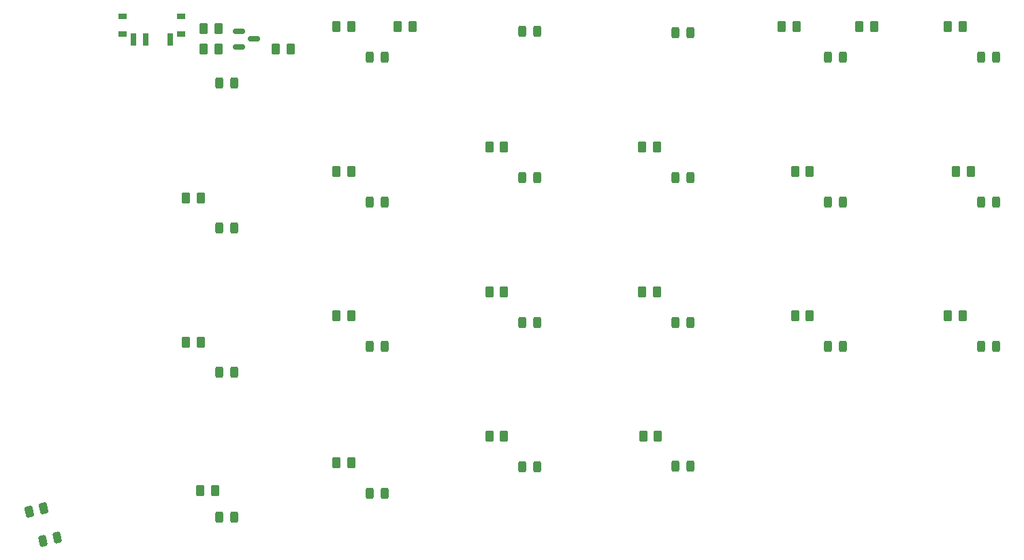
<source format=gtp>
%TF.GenerationSoftware,KiCad,Pcbnew,7.0.5-0*%
%TF.CreationDate,2023-08-04T20:21:57+09:30*%
%TF.ProjectId,Rolio,436f726e-6552-46f6-9c69-6f2e6b696361,rev?*%
%TF.SameCoordinates,Original*%
%TF.FileFunction,Paste,Top*%
%TF.FilePolarity,Positive*%
%FSLAX46Y46*%
G04 Gerber Fmt 4.6, Leading zero omitted, Abs format (unit mm)*
G04 Created by KiCad (PCBNEW 7.0.5-0) date 2023-08-04 20:21:57*
%MOMM*%
%LPD*%
G01*
G04 APERTURE LIST*
G04 Aperture macros list*
%AMRoundRect*
0 Rectangle with rounded corners*
0 $1 Rounding radius*
0 $2 $3 $4 $5 $6 $7 $8 $9 X,Y pos of 4 corners*
0 Add a 4 corners polygon primitive as box body*
4,1,4,$2,$3,$4,$5,$6,$7,$8,$9,$2,$3,0*
0 Add four circle primitives for the rounded corners*
1,1,$1+$1,$2,$3*
1,1,$1+$1,$4,$5*
1,1,$1+$1,$6,$7*
1,1,$1+$1,$8,$9*
0 Add four rect primitives between the rounded corners*
20,1,$1+$1,$2,$3,$4,$5,0*
20,1,$1+$1,$4,$5,$6,$7,0*
20,1,$1+$1,$6,$7,$8,$9,0*
20,1,$1+$1,$8,$9,$2,$3,0*%
G04 Aperture macros list end*
%ADD10RoundRect,0.250000X-0.262500X-0.450000X0.262500X-0.450000X0.262500X0.450000X-0.262500X0.450000X0*%
%ADD11RoundRect,0.243750X-0.243750X-0.456250X0.243750X-0.456250X0.243750X0.456250X-0.243750X0.456250X0*%
%ADD12RoundRect,0.250000X0.163203X0.494743X-0.350324X0.385590X-0.163203X-0.494743X0.350324X-0.385590X0*%
%ADD13R,1.000000X0.800000*%
%ADD14R,0.700000X1.500000*%
%ADD15RoundRect,0.250000X0.262500X0.450000X-0.262500X0.450000X-0.262500X-0.450000X0.262500X-0.450000X0*%
%ADD16RoundRect,0.150000X-0.587500X-0.150000X0.587500X-0.150000X0.587500X0.150000X-0.587500X0.150000X0*%
%ADD17RoundRect,0.243750X-0.143564X-0.496958X0.333283X-0.395601X0.143564X0.496958X-0.333283X0.395601X0*%
G04 APERTURE END LIST*
D10*
X173787500Y-37980000D03*
X175612500Y-37980000D03*
D11*
X120902500Y-38525000D03*
X122777500Y-38525000D03*
D10*
X135787500Y-52980000D03*
X137612500Y-52980000D03*
D11*
X120902500Y-74775000D03*
X122777500Y-74775000D03*
D10*
X97787500Y-55980000D03*
X99612500Y-55980000D03*
D11*
X139902500Y-38775000D03*
X141777500Y-38775000D03*
X83182500Y-45025000D03*
X85057500Y-45025000D03*
D10*
X81274000Y-40808000D03*
X83099000Y-40808000D03*
D12*
X61352000Y-97958000D03*
X59566880Y-98337438D03*
D11*
X83182500Y-81025000D03*
X85057500Y-81025000D03*
D10*
X135787500Y-70980000D03*
X137612500Y-70980000D03*
X154787500Y-73980000D03*
X156612500Y-73980000D03*
X174837000Y-55980000D03*
X176662000Y-55980000D03*
X116787500Y-88980000D03*
X118612500Y-88980000D03*
X81274000Y-38268000D03*
X83099000Y-38268000D03*
D11*
X139902500Y-92675000D03*
X141777500Y-92675000D03*
X139902500Y-56775000D03*
X141777500Y-56775000D03*
D13*
X78464000Y-38922000D03*
X78464000Y-36712000D03*
X71164000Y-38922000D03*
X71164000Y-36712000D03*
D14*
X77064000Y-39572000D03*
X74064000Y-39572000D03*
X72564000Y-39572000D03*
D10*
X173787500Y-73980000D03*
X175612500Y-73980000D03*
D11*
X158902500Y-77775000D03*
X160777500Y-77775000D03*
D15*
X154974500Y-38014000D03*
X153149500Y-38014000D03*
D11*
X83182500Y-99025000D03*
X85057500Y-99025000D03*
D10*
X97787500Y-37980000D03*
X99612500Y-37980000D03*
D11*
X177902500Y-77775000D03*
X179777500Y-77775000D03*
X101902500Y-59775000D03*
X103777500Y-59775000D03*
X158902500Y-41775000D03*
X160777500Y-41775000D03*
D10*
X116787500Y-52980000D03*
X118612500Y-52980000D03*
D11*
X101902500Y-96025000D03*
X103777500Y-96025000D03*
D10*
X79067500Y-77230000D03*
X80892500Y-77230000D03*
X80857000Y-95720000D03*
X82682000Y-95720000D03*
D15*
X164626500Y-38014000D03*
X162801500Y-38014000D03*
D10*
X135907500Y-88980000D03*
X137732500Y-88980000D03*
D11*
X158902500Y-59775000D03*
X160777500Y-59775000D03*
D16*
X85639000Y-38588000D03*
X85639000Y-40488000D03*
X87514000Y-39538000D03*
D10*
X97787500Y-92230000D03*
X99612500Y-92230000D03*
D11*
X83182500Y-63070000D03*
X85057500Y-63070000D03*
D10*
X105397500Y-38014000D03*
X107222500Y-38014000D03*
X116787500Y-70980000D03*
X118612500Y-70980000D03*
D11*
X120902500Y-56775000D03*
X122777500Y-56775000D03*
D10*
X97787500Y-73980000D03*
X99612500Y-73980000D03*
D11*
X101902500Y-77775000D03*
X103777500Y-77775000D03*
X101902500Y-41775000D03*
X103777500Y-41775000D03*
X139902500Y-74775000D03*
X141777500Y-74775000D03*
X120902500Y-92775000D03*
X122777500Y-92775000D03*
D10*
X79067500Y-59275000D03*
X80892500Y-59275000D03*
D15*
X92061000Y-40808000D03*
X90236000Y-40808000D03*
D11*
X177902500Y-41775000D03*
X179777500Y-41775000D03*
D10*
X154787500Y-55980000D03*
X156612500Y-55980000D03*
D17*
X61241531Y-101951109D03*
X63075557Y-101561275D03*
D11*
X177902500Y-59775000D03*
X179777500Y-59775000D03*
M02*

</source>
